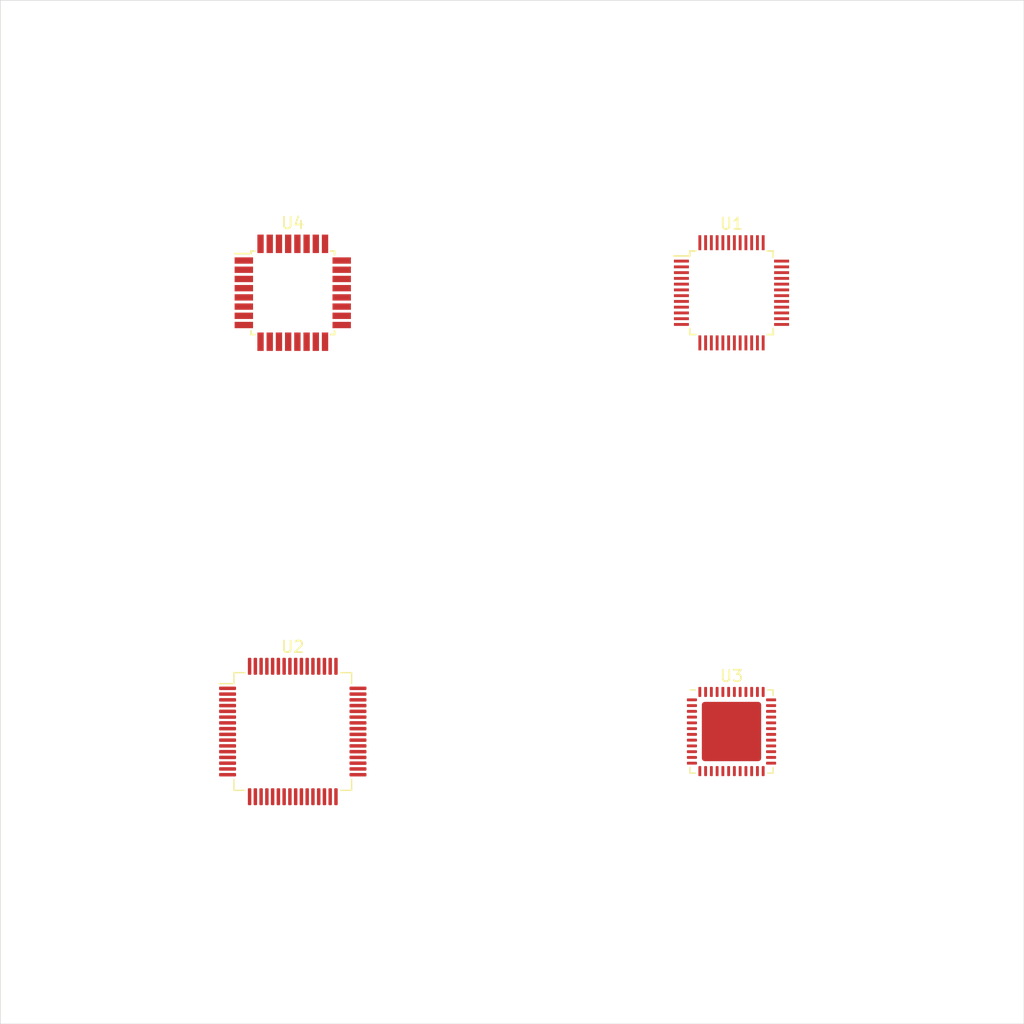
<source format=kicad_pcb>
(kicad_pcb (version 20171130) (host pcbnew 5.1.5-52549c5~86~ubuntu18.04.1)

  (general
    (thickness 1.6)
    (drawings 4)
    (tracks 0)
    (zones 0)
    (modules 4)
    (nets 188)
  )

  (page A4)
  (layers
    (0 F.Cu signal)
    (31 B.Cu signal)
    (32 B.Adhes user)
    (33 F.Adhes user)
    (34 B.Paste user)
    (35 F.Paste user)
    (36 B.SilkS user)
    (37 F.SilkS user)
    (38 B.Mask user)
    (39 F.Mask user)
    (40 Dwgs.User user)
    (41 Cmts.User user)
    (42 Eco1.User user)
    (43 Eco2.User user)
    (44 Edge.Cuts user)
    (45 Margin user)
    (46 B.CrtYd user)
    (47 F.CrtYd user)
    (48 B.Fab user)
    (49 F.Fab user)
  )

  (setup
    (last_trace_width 0.25)
    (trace_clearance 0.2)
    (zone_clearance 0.508)
    (zone_45_only no)
    (trace_min 0.2)
    (via_size 0.8)
    (via_drill 0.4)
    (via_min_size 0.4)
    (via_min_drill 0.3)
    (uvia_size 0.3)
    (uvia_drill 0.1)
    (uvias_allowed no)
    (uvia_min_size 0.2)
    (uvia_min_drill 0.1)
    (edge_width 0.05)
    (segment_width 0.2)
    (pcb_text_width 0.3)
    (pcb_text_size 1.5 1.5)
    (mod_edge_width 0.12)
    (mod_text_size 1 1)
    (mod_text_width 0.15)
    (pad_size 1.524 1.524)
    (pad_drill 0.762)
    (pad_to_mask_clearance 0.051)
    (solder_mask_min_width 0.25)
    (aux_axis_origin 0 0)
    (visible_elements FFFFFF7F)
    (pcbplotparams
      (layerselection 0x01008_7ffffffe)
      (usegerberextensions false)
      (usegerberattributes false)
      (usegerberadvancedattributes false)
      (creategerberjobfile false)
      (excludeedgelayer true)
      (linewidth 0.100000)
      (plotframeref false)
      (viasonmask false)
      (mode 1)
      (useauxorigin false)
      (hpglpennumber 1)
      (hpglpenspeed 20)
      (hpglpendiameter 15.000000)
      (psnegative false)
      (psa4output false)
      (plotreference false)
      (plotvalue false)
      (plotinvisibletext false)
      (padsonsilk false)
      (subtractmaskfromsilk false)
      (outputformat 1)
      (mirror false)
      (drillshape 0)
      (scaleselection 1)
      (outputdirectory "gerbers/"))
  )

  (net 0 "")
  (net 1 "Net-(U1-Pad48)")
  (net 2 "Net-(U1-Pad47)")
  (net 3 "Net-(U1-Pad46)")
  (net 4 "Net-(U1-Pad45)")
  (net 5 "Net-(U1-Pad44)")
  (net 6 "Net-(U1-Pad43)")
  (net 7 "Net-(U1-Pad18)")
  (net 8 "Net-(U1-Pad41)")
  (net 9 "Net-(U1-Pad40)")
  (net 10 "Net-(U1-Pad39)")
  (net 11 "Net-(U1-Pad38)")
  (net 12 "Net-(U1-Pad37)")
  (net 13 "Net-(U1-Pad17)")
  (net 14 "Net-(U1-Pad34)")
  (net 15 "Net-(U1-Pad33)")
  (net 16 "Net-(U1-Pad32)")
  (net 17 "Net-(U1-Pad31)")
  (net 18 "Net-(U1-Pad30)")
  (net 19 "Net-(U1-Pad29)")
  (net 20 "Net-(U1-Pad28)")
  (net 21 "Net-(U1-Pad27)")
  (net 22 "Net-(U1-Pad26)")
  (net 23 "Net-(U1-Pad25)")
  (net 24 "Net-(U1-Pad24)")
  (net 25 "Net-(U1-Pad23)")
  (net 26 "Net-(U1-Pad22)")
  (net 27 "Net-(U1-Pad21)")
  (net 28 "Net-(U1-Pad20)")
  (net 29 "Net-(U1-Pad19)")
  (net 30 "Net-(U1-Pad16)")
  (net 31 "Net-(U1-Pad15)")
  (net 32 "Net-(U1-Pad14)")
  (net 33 "Net-(U1-Pad13)")
  (net 34 "Net-(U1-Pad12)")
  (net 35 "Net-(U1-Pad11)")
  (net 36 "Net-(U1-Pad10)")
  (net 37 "Net-(U1-Pad9)")
  (net 38 "Net-(U1-Pad8)")
  (net 39 "Net-(U1-Pad7)")
  (net 40 "Net-(U1-Pad6)")
  (net 41 "Net-(U1-Pad5)")
  (net 42 "Net-(U1-Pad4)")
  (net 43 "Net-(U1-Pad3)")
  (net 44 "Net-(U1-Pad2)")
  (net 45 "Net-(U1-Pad1)")
  (net 46 "Net-(U2-Pad64)")
  (net 47 "Net-(U2-Pad63)")
  (net 48 "Net-(U2-Pad62)")
  (net 49 "Net-(U2-Pad61)")
  (net 50 "Net-(U2-Pad60)")
  (net 51 "Net-(U2-Pad59)")
  (net 52 "Net-(U2-Pad58)")
  (net 53 "Net-(U2-Pad57)")
  (net 54 "Net-(U2-Pad56)")
  (net 55 "Net-(U2-Pad55)")
  (net 56 "Net-(U2-Pad22)")
  (net 57 "Net-(U2-Pad53)")
  (net 58 "Net-(U2-Pad52)")
  (net 59 "Net-(U2-Pad51)")
  (net 60 "Net-(U2-Pad50)")
  (net 61 "Net-(U2-Pad49)")
  (net 62 "Net-(U2-Pad48)")
  (net 63 "Net-(U2-Pad46)")
  (net 64 "Net-(U2-Pad45)")
  (net 65 "Net-(U2-Pad44)")
  (net 66 "Net-(U2-Pad43)")
  (net 67 "Net-(U2-Pad42)")
  (net 68 "Net-(U2-Pad41)")
  (net 69 "Net-(U2-Pad40)")
  (net 70 "Net-(U2-Pad39)")
  (net 71 "Net-(U2-Pad38)")
  (net 72 "Net-(U2-Pad37)")
  (net 73 "Net-(U2-Pad36)")
  (net 74 "Net-(U2-Pad35)")
  (net 75 "Net-(U2-Pad34)")
  (net 76 "Net-(U2-Pad32)")
  (net 77 "Net-(U2-Pad31)")
  (net 78 "Net-(U2-Pad30)")
  (net 79 "Net-(U2-Pad29)")
  (net 80 "Net-(U2-Pad28)")
  (net 81 "Net-(U2-Pad27)")
  (net 82 "Net-(U2-Pad26)")
  (net 83 "Net-(U2-Pad25)")
  (net 84 "Net-(U2-Pad24)")
  (net 85 "Net-(U2-Pad23)")
  (net 86 "Net-(U2-Pad21)")
  (net 87 "Net-(U2-Pad20)")
  (net 88 "Net-(U2-Pad19)")
  (net 89 "Net-(U2-Pad18)")
  (net 90 "Net-(U2-Pad17)")
  (net 91 "Net-(U2-Pad16)")
  (net 92 "Net-(U2-Pad15)")
  (net 93 "Net-(U2-Pad14)")
  (net 94 "Net-(U2-Pad13)")
  (net 95 "Net-(U2-Pad12)")
  (net 96 "Net-(U2-Pad11)")
  (net 97 "Net-(U2-Pad10)")
  (net 98 "Net-(U2-Pad9)")
  (net 99 "Net-(U2-Pad8)")
  (net 100 "Net-(U2-Pad7)")
  (net 101 "Net-(U2-Pad6)")
  (net 102 "Net-(U2-Pad5)")
  (net 103 "Net-(U2-Pad4)")
  (net 104 "Net-(U2-Pad3)")
  (net 105 "Net-(U2-Pad2)")
  (net 106 "Net-(U2-Pad1)")
  (net 107 "Net-(U3-Pad48)")
  (net 108 "Net-(U3-Pad47)")
  (net 109 "Net-(U3-Pad46)")
  (net 110 "Net-(U3-Pad45)")
  (net 111 "Net-(U3-Pad44)")
  (net 112 "Net-(U3-Pad43)")
  (net 113 "Net-(U3-Pad42)")
  (net 114 "Net-(U3-Pad41)")
  (net 115 "Net-(U3-Pad40)")
  (net 116 "Net-(U3-Pad39)")
  (net 117 "Net-(U3-Pad38)")
  (net 118 "Net-(U3-Pad37)")
  (net 119 "Net-(U3-Pad36)")
  (net 120 "Net-(U3-Pad35)")
  (net 121 "Net-(U3-Pad34)")
  (net 122 "Net-(U3-Pad33)")
  (net 123 "Net-(U3-Pad32)")
  (net 124 "Net-(U3-Pad31)")
  (net 125 "Net-(U3-Pad30)")
  (net 126 "Net-(U3-Pad29)")
  (net 127 "Net-(U3-Pad28)")
  (net 128 "Net-(U3-Pad27)")
  (net 129 "Net-(U3-Pad26)")
  (net 130 "Net-(U3-Pad25)")
  (net 131 "Net-(U3-Pad24)")
  (net 132 "Net-(U3-Pad23)")
  (net 133 "Net-(U3-Pad22)")
  (net 134 "Net-(U3-Pad21)")
  (net 135 "Net-(U3-Pad20)")
  (net 136 "Net-(U3-Pad19)")
  (net 137 "Net-(U3-Pad18)")
  (net 138 "Net-(U3-Pad17)")
  (net 139 "Net-(U3-Pad16)")
  (net 140 "Net-(U3-Pad15)")
  (net 141 "Net-(U3-Pad14)")
  (net 142 "Net-(U3-Pad13)")
  (net 143 "Net-(U3-Pad12)")
  (net 144 "Net-(U3-Pad11)")
  (net 145 "Net-(U3-Pad10)")
  (net 146 "Net-(U3-Pad9)")
  (net 147 "Net-(U3-Pad8)")
  (net 148 "Net-(U3-Pad7)")
  (net 149 "Net-(U3-Pad6)")
  (net 150 "Net-(U3-Pad5)")
  (net 151 "Net-(U3-Pad4)")
  (net 152 "Net-(U3-Pad3)")
  (net 153 "Net-(U3-Pad2)")
  (net 154 "Net-(U3-Pad1)")
  (net 155 "Net-(U3-Pad49)")
  (net 156 "Net-(U4-Pad32)")
  (net 157 "Net-(U4-Pad31)")
  (net 158 "Net-(U4-Pad30)")
  (net 159 "Net-(U4-Pad29)")
  (net 160 "Net-(U4-Pad28)")
  (net 161 "Net-(U4-Pad27)")
  (net 162 "Net-(U4-Pad26)")
  (net 163 "Net-(U4-Pad25)")
  (net 164 "Net-(U4-Pad24)")
  (net 165 "Net-(U4-Pad23)")
  (net 166 "Net-(U4-Pad22)")
  (net 167 "Net-(U4-Pad21)")
  (net 168 "Net-(U4-Pad20)")
  (net 169 "Net-(U4-Pad19)")
  (net 170 "Net-(U4-Pad18)")
  (net 171 "Net-(U4-Pad17)")
  (net 172 "Net-(U4-Pad16)")
  (net 173 "Net-(U4-Pad15)")
  (net 174 "Net-(U4-Pad14)")
  (net 175 "Net-(U4-Pad13)")
  (net 176 "Net-(U4-Pad12)")
  (net 177 "Net-(U4-Pad11)")
  (net 178 "Net-(U4-Pad10)")
  (net 179 "Net-(U4-Pad9)")
  (net 180 "Net-(U4-Pad8)")
  (net 181 "Net-(U4-Pad7)")
  (net 182 "Net-(U4-Pad6)")
  (net 183 "Net-(U4-Pad5)")
  (net 184 "Net-(U4-Pad4)")
  (net 185 "Net-(U4-Pad3)")
  (net 186 "Net-(U4-Pad2)")
  (net 187 "Net-(U4-Pad1)")

  (net_class Default "This is the default net class."
    (clearance 0.2)
    (trace_width 0.25)
    (via_dia 0.8)
    (via_drill 0.4)
    (uvia_dia 0.3)
    (uvia_drill 0.1)
    (add_net "Net-(U1-Pad1)")
    (add_net "Net-(U1-Pad10)")
    (add_net "Net-(U1-Pad11)")
    (add_net "Net-(U1-Pad12)")
    (add_net "Net-(U1-Pad13)")
    (add_net "Net-(U1-Pad14)")
    (add_net "Net-(U1-Pad15)")
    (add_net "Net-(U1-Pad16)")
    (add_net "Net-(U1-Pad17)")
    (add_net "Net-(U1-Pad18)")
    (add_net "Net-(U1-Pad19)")
    (add_net "Net-(U1-Pad2)")
    (add_net "Net-(U1-Pad20)")
    (add_net "Net-(U1-Pad21)")
    (add_net "Net-(U1-Pad22)")
    (add_net "Net-(U1-Pad23)")
    (add_net "Net-(U1-Pad24)")
    (add_net "Net-(U1-Pad25)")
    (add_net "Net-(U1-Pad26)")
    (add_net "Net-(U1-Pad27)")
    (add_net "Net-(U1-Pad28)")
    (add_net "Net-(U1-Pad29)")
    (add_net "Net-(U1-Pad3)")
    (add_net "Net-(U1-Pad30)")
    (add_net "Net-(U1-Pad31)")
    (add_net "Net-(U1-Pad32)")
    (add_net "Net-(U1-Pad33)")
    (add_net "Net-(U1-Pad34)")
    (add_net "Net-(U1-Pad37)")
    (add_net "Net-(U1-Pad38)")
    (add_net "Net-(U1-Pad39)")
    (add_net "Net-(U1-Pad4)")
    (add_net "Net-(U1-Pad40)")
    (add_net "Net-(U1-Pad41)")
    (add_net "Net-(U1-Pad43)")
    (add_net "Net-(U1-Pad44)")
    (add_net "Net-(U1-Pad45)")
    (add_net "Net-(U1-Pad46)")
    (add_net "Net-(U1-Pad47)")
    (add_net "Net-(U1-Pad48)")
    (add_net "Net-(U1-Pad5)")
    (add_net "Net-(U1-Pad6)")
    (add_net "Net-(U1-Pad7)")
    (add_net "Net-(U1-Pad8)")
    (add_net "Net-(U1-Pad9)")
    (add_net "Net-(U2-Pad1)")
    (add_net "Net-(U2-Pad10)")
    (add_net "Net-(U2-Pad11)")
    (add_net "Net-(U2-Pad12)")
    (add_net "Net-(U2-Pad13)")
    (add_net "Net-(U2-Pad14)")
    (add_net "Net-(U2-Pad15)")
    (add_net "Net-(U2-Pad16)")
    (add_net "Net-(U2-Pad17)")
    (add_net "Net-(U2-Pad18)")
    (add_net "Net-(U2-Pad19)")
    (add_net "Net-(U2-Pad2)")
    (add_net "Net-(U2-Pad20)")
    (add_net "Net-(U2-Pad21)")
    (add_net "Net-(U2-Pad22)")
    (add_net "Net-(U2-Pad23)")
    (add_net "Net-(U2-Pad24)")
    (add_net "Net-(U2-Pad25)")
    (add_net "Net-(U2-Pad26)")
    (add_net "Net-(U2-Pad27)")
    (add_net "Net-(U2-Pad28)")
    (add_net "Net-(U2-Pad29)")
    (add_net "Net-(U2-Pad3)")
    (add_net "Net-(U2-Pad30)")
    (add_net "Net-(U2-Pad31)")
    (add_net "Net-(U2-Pad32)")
    (add_net "Net-(U2-Pad34)")
    (add_net "Net-(U2-Pad35)")
    (add_net "Net-(U2-Pad36)")
    (add_net "Net-(U2-Pad37)")
    (add_net "Net-(U2-Pad38)")
    (add_net "Net-(U2-Pad39)")
    (add_net "Net-(U2-Pad4)")
    (add_net "Net-(U2-Pad40)")
    (add_net "Net-(U2-Pad41)")
    (add_net "Net-(U2-Pad42)")
    (add_net "Net-(U2-Pad43)")
    (add_net "Net-(U2-Pad44)")
    (add_net "Net-(U2-Pad45)")
    (add_net "Net-(U2-Pad46)")
    (add_net "Net-(U2-Pad48)")
    (add_net "Net-(U2-Pad49)")
    (add_net "Net-(U2-Pad5)")
    (add_net "Net-(U2-Pad50)")
    (add_net "Net-(U2-Pad51)")
    (add_net "Net-(U2-Pad52)")
    (add_net "Net-(U2-Pad53)")
    (add_net "Net-(U2-Pad55)")
    (add_net "Net-(U2-Pad56)")
    (add_net "Net-(U2-Pad57)")
    (add_net "Net-(U2-Pad58)")
    (add_net "Net-(U2-Pad59)")
    (add_net "Net-(U2-Pad6)")
    (add_net "Net-(U2-Pad60)")
    (add_net "Net-(U2-Pad61)")
    (add_net "Net-(U2-Pad62)")
    (add_net "Net-(U2-Pad63)")
    (add_net "Net-(U2-Pad64)")
    (add_net "Net-(U2-Pad7)")
    (add_net "Net-(U2-Pad8)")
    (add_net "Net-(U2-Pad9)")
    (add_net "Net-(U3-Pad1)")
    (add_net "Net-(U3-Pad10)")
    (add_net "Net-(U3-Pad11)")
    (add_net "Net-(U3-Pad12)")
    (add_net "Net-(U3-Pad13)")
    (add_net "Net-(U3-Pad14)")
    (add_net "Net-(U3-Pad15)")
    (add_net "Net-(U3-Pad16)")
    (add_net "Net-(U3-Pad17)")
    (add_net "Net-(U3-Pad18)")
    (add_net "Net-(U3-Pad19)")
    (add_net "Net-(U3-Pad2)")
    (add_net "Net-(U3-Pad20)")
    (add_net "Net-(U3-Pad21)")
    (add_net "Net-(U3-Pad22)")
    (add_net "Net-(U3-Pad23)")
    (add_net "Net-(U3-Pad24)")
    (add_net "Net-(U3-Pad25)")
    (add_net "Net-(U3-Pad26)")
    (add_net "Net-(U3-Pad27)")
    (add_net "Net-(U3-Pad28)")
    (add_net "Net-(U3-Pad29)")
    (add_net "Net-(U3-Pad3)")
    (add_net "Net-(U3-Pad30)")
    (add_net "Net-(U3-Pad31)")
    (add_net "Net-(U3-Pad32)")
    (add_net "Net-(U3-Pad33)")
    (add_net "Net-(U3-Pad34)")
    (add_net "Net-(U3-Pad35)")
    (add_net "Net-(U3-Pad36)")
    (add_net "Net-(U3-Pad37)")
    (add_net "Net-(U3-Pad38)")
    (add_net "Net-(U3-Pad39)")
    (add_net "Net-(U3-Pad4)")
    (add_net "Net-(U3-Pad40)")
    (add_net "Net-(U3-Pad41)")
    (add_net "Net-(U3-Pad42)")
    (add_net "Net-(U3-Pad43)")
    (add_net "Net-(U3-Pad44)")
    (add_net "Net-(U3-Pad45)")
    (add_net "Net-(U3-Pad46)")
    (add_net "Net-(U3-Pad47)")
    (add_net "Net-(U3-Pad48)")
    (add_net "Net-(U3-Pad49)")
    (add_net "Net-(U3-Pad5)")
    (add_net "Net-(U3-Pad6)")
    (add_net "Net-(U3-Pad7)")
    (add_net "Net-(U3-Pad8)")
    (add_net "Net-(U3-Pad9)")
    (add_net "Net-(U4-Pad1)")
    (add_net "Net-(U4-Pad10)")
    (add_net "Net-(U4-Pad11)")
    (add_net "Net-(U4-Pad12)")
    (add_net "Net-(U4-Pad13)")
    (add_net "Net-(U4-Pad14)")
    (add_net "Net-(U4-Pad15)")
    (add_net "Net-(U4-Pad16)")
    (add_net "Net-(U4-Pad17)")
    (add_net "Net-(U4-Pad18)")
    (add_net "Net-(U4-Pad19)")
    (add_net "Net-(U4-Pad2)")
    (add_net "Net-(U4-Pad20)")
    (add_net "Net-(U4-Pad21)")
    (add_net "Net-(U4-Pad22)")
    (add_net "Net-(U4-Pad23)")
    (add_net "Net-(U4-Pad24)")
    (add_net "Net-(U4-Pad25)")
    (add_net "Net-(U4-Pad26)")
    (add_net "Net-(U4-Pad27)")
    (add_net "Net-(U4-Pad28)")
    (add_net "Net-(U4-Pad29)")
    (add_net "Net-(U4-Pad3)")
    (add_net "Net-(U4-Pad30)")
    (add_net "Net-(U4-Pad31)")
    (add_net "Net-(U4-Pad32)")
    (add_net "Net-(U4-Pad4)")
    (add_net "Net-(U4-Pad5)")
    (add_net "Net-(U4-Pad6)")
    (add_net "Net-(U4-Pad7)")
    (add_net "Net-(U4-Pad8)")
    (add_net "Net-(U4-Pad9)")
  )

  (module Package_QFP:TQFP-32_7x7mm_P0.8mm (layer F.Cu) (tedit 5A02F146) (tstamp 5EA6BCDE)
    (at 127 88.9)
    (descr "32-Lead Plastic Thin Quad Flatpack (PT) - 7x7x1.0 mm Body, 2.00 mm [TQFP] (see Microchip Packaging Specification 00000049BS.pdf)")
    (tags "QFP 0.8")
    (path /5EA67462)
    (attr smd)
    (fp_text reference U4 (at 0 -6.05) (layer F.SilkS)
      (effects (font (size 1 1) (thickness 0.15)))
    )
    (fp_text value ATSAMD21E18A-AUT (at 0 6.05) (layer F.Fab)
      (effects (font (size 1 1) (thickness 0.15)))
    )
    (fp_line (start -3.625 -3.4) (end -5.05 -3.4) (layer F.SilkS) (width 0.15))
    (fp_line (start 3.625 -3.625) (end 3.3 -3.625) (layer F.SilkS) (width 0.15))
    (fp_line (start 3.625 3.625) (end 3.3 3.625) (layer F.SilkS) (width 0.15))
    (fp_line (start -3.625 3.625) (end -3.3 3.625) (layer F.SilkS) (width 0.15))
    (fp_line (start -3.625 -3.625) (end -3.3 -3.625) (layer F.SilkS) (width 0.15))
    (fp_line (start -3.625 3.625) (end -3.625 3.3) (layer F.SilkS) (width 0.15))
    (fp_line (start 3.625 3.625) (end 3.625 3.3) (layer F.SilkS) (width 0.15))
    (fp_line (start 3.625 -3.625) (end 3.625 -3.3) (layer F.SilkS) (width 0.15))
    (fp_line (start -3.625 -3.625) (end -3.625 -3.4) (layer F.SilkS) (width 0.15))
    (fp_line (start -5.3 5.3) (end 5.3 5.3) (layer F.CrtYd) (width 0.05))
    (fp_line (start -5.3 -5.3) (end 5.3 -5.3) (layer F.CrtYd) (width 0.05))
    (fp_line (start 5.3 -5.3) (end 5.3 5.3) (layer F.CrtYd) (width 0.05))
    (fp_line (start -5.3 -5.3) (end -5.3 5.3) (layer F.CrtYd) (width 0.05))
    (fp_line (start -3.5 -2.5) (end -2.5 -3.5) (layer F.Fab) (width 0.15))
    (fp_line (start -3.5 3.5) (end -3.5 -2.5) (layer F.Fab) (width 0.15))
    (fp_line (start 3.5 3.5) (end -3.5 3.5) (layer F.Fab) (width 0.15))
    (fp_line (start 3.5 -3.5) (end 3.5 3.5) (layer F.Fab) (width 0.15))
    (fp_line (start -2.5 -3.5) (end 3.5 -3.5) (layer F.Fab) (width 0.15))
    (fp_text user %R (at -0.635 -0.635) (layer F.Fab)
      (effects (font (size 1 1) (thickness 0.15)))
    )
    (pad 32 smd rect (at -2.8 -4.25 90) (size 1.6 0.55) (layers F.Cu F.Paste F.Mask)
      (net 156 "Net-(U4-Pad32)"))
    (pad 31 smd rect (at -2 -4.25 90) (size 1.6 0.55) (layers F.Cu F.Paste F.Mask)
      (net 157 "Net-(U4-Pad31)"))
    (pad 30 smd rect (at -1.2 -4.25 90) (size 1.6 0.55) (layers F.Cu F.Paste F.Mask)
      (net 158 "Net-(U4-Pad30)"))
    (pad 29 smd rect (at -0.4 -4.25 90) (size 1.6 0.55) (layers F.Cu F.Paste F.Mask)
      (net 159 "Net-(U4-Pad29)"))
    (pad 28 smd rect (at 0.4 -4.25 90) (size 1.6 0.55) (layers F.Cu F.Paste F.Mask)
      (net 160 "Net-(U4-Pad28)"))
    (pad 27 smd rect (at 1.2 -4.25 90) (size 1.6 0.55) (layers F.Cu F.Paste F.Mask)
      (net 161 "Net-(U4-Pad27)"))
    (pad 26 smd rect (at 2 -4.25 90) (size 1.6 0.55) (layers F.Cu F.Paste F.Mask)
      (net 162 "Net-(U4-Pad26)"))
    (pad 25 smd rect (at 2.8 -4.25 90) (size 1.6 0.55) (layers F.Cu F.Paste F.Mask)
      (net 163 "Net-(U4-Pad25)"))
    (pad 24 smd rect (at 4.25 -2.8) (size 1.6 0.55) (layers F.Cu F.Paste F.Mask)
      (net 164 "Net-(U4-Pad24)"))
    (pad 23 smd rect (at 4.25 -2) (size 1.6 0.55) (layers F.Cu F.Paste F.Mask)
      (net 165 "Net-(U4-Pad23)"))
    (pad 22 smd rect (at 4.25 -1.2) (size 1.6 0.55) (layers F.Cu F.Paste F.Mask)
      (net 166 "Net-(U4-Pad22)"))
    (pad 21 smd rect (at 4.25 -0.4) (size 1.6 0.55) (layers F.Cu F.Paste F.Mask)
      (net 167 "Net-(U4-Pad21)"))
    (pad 20 smd rect (at 4.25 0.4) (size 1.6 0.55) (layers F.Cu F.Paste F.Mask)
      (net 168 "Net-(U4-Pad20)"))
    (pad 19 smd rect (at 4.25 1.2) (size 1.6 0.55) (layers F.Cu F.Paste F.Mask)
      (net 169 "Net-(U4-Pad19)"))
    (pad 18 smd rect (at 4.25 2) (size 1.6 0.55) (layers F.Cu F.Paste F.Mask)
      (net 170 "Net-(U4-Pad18)"))
    (pad 17 smd rect (at 4.25 2.8) (size 1.6 0.55) (layers F.Cu F.Paste F.Mask)
      (net 171 "Net-(U4-Pad17)"))
    (pad 16 smd rect (at 2.8 4.25 90) (size 1.6 0.55) (layers F.Cu F.Paste F.Mask)
      (net 172 "Net-(U4-Pad16)"))
    (pad 15 smd rect (at 2 4.25 90) (size 1.6 0.55) (layers F.Cu F.Paste F.Mask)
      (net 173 "Net-(U4-Pad15)"))
    (pad 14 smd rect (at 1.2 4.25 90) (size 1.6 0.55) (layers F.Cu F.Paste F.Mask)
      (net 174 "Net-(U4-Pad14)"))
    (pad 13 smd rect (at 0.4 4.25 90) (size 1.6 0.55) (layers F.Cu F.Paste F.Mask)
      (net 175 "Net-(U4-Pad13)"))
    (pad 12 smd rect (at -0.4 4.25 90) (size 1.6 0.55) (layers F.Cu F.Paste F.Mask)
      (net 176 "Net-(U4-Pad12)"))
    (pad 11 smd rect (at -1.2 4.25 90) (size 1.6 0.55) (layers F.Cu F.Paste F.Mask)
      (net 177 "Net-(U4-Pad11)"))
    (pad 10 smd rect (at -2 4.25 90) (size 1.6 0.55) (layers F.Cu F.Paste F.Mask)
      (net 178 "Net-(U4-Pad10)"))
    (pad 9 smd rect (at -2.8 4.25 90) (size 1.6 0.55) (layers F.Cu F.Paste F.Mask)
      (net 179 "Net-(U4-Pad9)"))
    (pad 8 smd rect (at -4.25 2.8) (size 1.6 0.55) (layers F.Cu F.Paste F.Mask)
      (net 180 "Net-(U4-Pad8)"))
    (pad 7 smd rect (at -4.25 2) (size 1.6 0.55) (layers F.Cu F.Paste F.Mask)
      (net 181 "Net-(U4-Pad7)"))
    (pad 6 smd rect (at -4.25 1.2) (size 1.6 0.55) (layers F.Cu F.Paste F.Mask)
      (net 182 "Net-(U4-Pad6)"))
    (pad 5 smd rect (at -4.25 0.4) (size 1.6 0.55) (layers F.Cu F.Paste F.Mask)
      (net 183 "Net-(U4-Pad5)"))
    (pad 4 smd rect (at -4.25 -0.4) (size 1.6 0.55) (layers F.Cu F.Paste F.Mask)
      (net 184 "Net-(U4-Pad4)"))
    (pad 3 smd rect (at -4.25 -1.2) (size 1.6 0.55) (layers F.Cu F.Paste F.Mask)
      (net 185 "Net-(U4-Pad3)"))
    (pad 2 smd rect (at -4.25 -2) (size 1.6 0.55) (layers F.Cu F.Paste F.Mask)
      (net 186 "Net-(U4-Pad2)"))
    (pad 1 smd rect (at -4.25 -2.8) (size 1.6 0.55) (layers F.Cu F.Paste F.Mask)
      (net 187 "Net-(U4-Pad1)"))
    (model ${KISYS3DMOD}/Package_QFP.3dshapes/TQFP-32_7x7mm_P0.8mm.wrl
      (at (xyz 0 0 0))
      (scale (xyz 1 1 1))
      (rotate (xyz 0 0 0))
    )
  )

  (module Package_DFN_QFN:QFN-48-1EP_7x7mm_P0.5mm_EP5.15x5.15mm (layer F.Cu) (tedit 5C26A111) (tstamp 5EA6BCA7)
    (at 165.1 127)
    (descr "QFN, 48 Pin (http://www.analog.com/media/en/package-pcb-resources/package/pkg_pdf/ltc-legacy-qfn/QFN_48_05-08-1704.pdf), generated with kicad-footprint-generator ipc_dfn_qfn_generator.py")
    (tags "QFN DFN_QFN")
    (path /5EA681E1)
    (attr smd)
    (fp_text reference U3 (at 0 -4.82) (layer F.SilkS)
      (effects (font (size 1 1) (thickness 0.15)))
    )
    (fp_text value ATSAMD51G19A-MUT (at 0 4.82) (layer F.Fab)
      (effects (font (size 1 1) (thickness 0.15)))
    )
    (fp_text user %R (at 0 0) (layer F.Fab)
      (effects (font (size 1 1) (thickness 0.15)))
    )
    (fp_line (start 4.12 -4.12) (end -4.12 -4.12) (layer F.CrtYd) (width 0.05))
    (fp_line (start 4.12 4.12) (end 4.12 -4.12) (layer F.CrtYd) (width 0.05))
    (fp_line (start -4.12 4.12) (end 4.12 4.12) (layer F.CrtYd) (width 0.05))
    (fp_line (start -4.12 -4.12) (end -4.12 4.12) (layer F.CrtYd) (width 0.05))
    (fp_line (start -3.5 -2.5) (end -2.5 -3.5) (layer F.Fab) (width 0.1))
    (fp_line (start -3.5 3.5) (end -3.5 -2.5) (layer F.Fab) (width 0.1))
    (fp_line (start 3.5 3.5) (end -3.5 3.5) (layer F.Fab) (width 0.1))
    (fp_line (start 3.5 -3.5) (end 3.5 3.5) (layer F.Fab) (width 0.1))
    (fp_line (start -2.5 -3.5) (end 3.5 -3.5) (layer F.Fab) (width 0.1))
    (fp_line (start -3.135 -3.61) (end -3.61 -3.61) (layer F.SilkS) (width 0.12))
    (fp_line (start 3.61 3.61) (end 3.61 3.135) (layer F.SilkS) (width 0.12))
    (fp_line (start 3.135 3.61) (end 3.61 3.61) (layer F.SilkS) (width 0.12))
    (fp_line (start -3.61 3.61) (end -3.61 3.135) (layer F.SilkS) (width 0.12))
    (fp_line (start -3.135 3.61) (end -3.61 3.61) (layer F.SilkS) (width 0.12))
    (fp_line (start 3.61 -3.61) (end 3.61 -3.135) (layer F.SilkS) (width 0.12))
    (fp_line (start 3.135 -3.61) (end 3.61 -3.61) (layer F.SilkS) (width 0.12))
    (pad 48 smd roundrect (at -2.75 -3.4375) (size 0.25 0.875) (layers F.Cu F.Paste F.Mask) (roundrect_rratio 0.25)
      (net 107 "Net-(U3-Pad48)"))
    (pad 47 smd roundrect (at -2.25 -3.4375) (size 0.25 0.875) (layers F.Cu F.Paste F.Mask) (roundrect_rratio 0.25)
      (net 108 "Net-(U3-Pad47)"))
    (pad 46 smd roundrect (at -1.75 -3.4375) (size 0.25 0.875) (layers F.Cu F.Paste F.Mask) (roundrect_rratio 0.25)
      (net 109 "Net-(U3-Pad46)"))
    (pad 45 smd roundrect (at -1.25 -3.4375) (size 0.25 0.875) (layers F.Cu F.Paste F.Mask) (roundrect_rratio 0.25)
      (net 110 "Net-(U3-Pad45)"))
    (pad 44 smd roundrect (at -0.75 -3.4375) (size 0.25 0.875) (layers F.Cu F.Paste F.Mask) (roundrect_rratio 0.25)
      (net 111 "Net-(U3-Pad44)"))
    (pad 43 smd roundrect (at -0.25 -3.4375) (size 0.25 0.875) (layers F.Cu F.Paste F.Mask) (roundrect_rratio 0.25)
      (net 112 "Net-(U3-Pad43)"))
    (pad 42 smd roundrect (at 0.25 -3.4375) (size 0.25 0.875) (layers F.Cu F.Paste F.Mask) (roundrect_rratio 0.25)
      (net 113 "Net-(U3-Pad42)"))
    (pad 41 smd roundrect (at 0.75 -3.4375) (size 0.25 0.875) (layers F.Cu F.Paste F.Mask) (roundrect_rratio 0.25)
      (net 114 "Net-(U3-Pad41)"))
    (pad 40 smd roundrect (at 1.25 -3.4375) (size 0.25 0.875) (layers F.Cu F.Paste F.Mask) (roundrect_rratio 0.25)
      (net 115 "Net-(U3-Pad40)"))
    (pad 39 smd roundrect (at 1.75 -3.4375) (size 0.25 0.875) (layers F.Cu F.Paste F.Mask) (roundrect_rratio 0.25)
      (net 116 "Net-(U3-Pad39)"))
    (pad 38 smd roundrect (at 2.25 -3.4375) (size 0.25 0.875) (layers F.Cu F.Paste F.Mask) (roundrect_rratio 0.25)
      (net 117 "Net-(U3-Pad38)"))
    (pad 37 smd roundrect (at 2.75 -3.4375) (size 0.25 0.875) (layers F.Cu F.Paste F.Mask) (roundrect_rratio 0.25)
      (net 118 "Net-(U3-Pad37)"))
    (pad 36 smd roundrect (at 3.4375 -2.75) (size 0.875 0.25) (layers F.Cu F.Paste F.Mask) (roundrect_rratio 0.25)
      (net 119 "Net-(U3-Pad36)"))
    (pad 35 smd roundrect (at 3.4375 -2.25) (size 0.875 0.25) (layers F.Cu F.Paste F.Mask) (roundrect_rratio 0.25)
      (net 120 "Net-(U3-Pad35)"))
    (pad 34 smd roundrect (at 3.4375 -1.75) (size 0.875 0.25) (layers F.Cu F.Paste F.Mask) (roundrect_rratio 0.25)
      (net 121 "Net-(U3-Pad34)"))
    (pad 33 smd roundrect (at 3.4375 -1.25) (size 0.875 0.25) (layers F.Cu F.Paste F.Mask) (roundrect_rratio 0.25)
      (net 122 "Net-(U3-Pad33)"))
    (pad 32 smd roundrect (at 3.4375 -0.75) (size 0.875 0.25) (layers F.Cu F.Paste F.Mask) (roundrect_rratio 0.25)
      (net 123 "Net-(U3-Pad32)"))
    (pad 31 smd roundrect (at 3.4375 -0.25) (size 0.875 0.25) (layers F.Cu F.Paste F.Mask) (roundrect_rratio 0.25)
      (net 124 "Net-(U3-Pad31)"))
    (pad 30 smd roundrect (at 3.4375 0.25) (size 0.875 0.25) (layers F.Cu F.Paste F.Mask) (roundrect_rratio 0.25)
      (net 125 "Net-(U3-Pad30)"))
    (pad 29 smd roundrect (at 3.4375 0.75) (size 0.875 0.25) (layers F.Cu F.Paste F.Mask) (roundrect_rratio 0.25)
      (net 126 "Net-(U3-Pad29)"))
    (pad 28 smd roundrect (at 3.4375 1.25) (size 0.875 0.25) (layers F.Cu F.Paste F.Mask) (roundrect_rratio 0.25)
      (net 127 "Net-(U3-Pad28)"))
    (pad 27 smd roundrect (at 3.4375 1.75) (size 0.875 0.25) (layers F.Cu F.Paste F.Mask) (roundrect_rratio 0.25)
      (net 128 "Net-(U3-Pad27)"))
    (pad 26 smd roundrect (at 3.4375 2.25) (size 0.875 0.25) (layers F.Cu F.Paste F.Mask) (roundrect_rratio 0.25)
      (net 129 "Net-(U3-Pad26)"))
    (pad 25 smd roundrect (at 3.4375 2.75) (size 0.875 0.25) (layers F.Cu F.Paste F.Mask) (roundrect_rratio 0.25)
      (net 130 "Net-(U3-Pad25)"))
    (pad 24 smd roundrect (at 2.75 3.4375) (size 0.25 0.875) (layers F.Cu F.Paste F.Mask) (roundrect_rratio 0.25)
      (net 131 "Net-(U3-Pad24)"))
    (pad 23 smd roundrect (at 2.25 3.4375) (size 0.25 0.875) (layers F.Cu F.Paste F.Mask) (roundrect_rratio 0.25)
      (net 132 "Net-(U3-Pad23)"))
    (pad 22 smd roundrect (at 1.75 3.4375) (size 0.25 0.875) (layers F.Cu F.Paste F.Mask) (roundrect_rratio 0.25)
      (net 133 "Net-(U3-Pad22)"))
    (pad 21 smd roundrect (at 1.25 3.4375) (size 0.25 0.875) (layers F.Cu F.Paste F.Mask) (roundrect_rratio 0.25)
      (net 134 "Net-(U3-Pad21)"))
    (pad 20 smd roundrect (at 0.75 3.4375) (size 0.25 0.875) (layers F.Cu F.Paste F.Mask) (roundrect_rratio 0.25)
      (net 135 "Net-(U3-Pad20)"))
    (pad 19 smd roundrect (at 0.25 3.4375) (size 0.25 0.875) (layers F.Cu F.Paste F.Mask) (roundrect_rratio 0.25)
      (net 136 "Net-(U3-Pad19)"))
    (pad 18 smd roundrect (at -0.25 3.4375) (size 0.25 0.875) (layers F.Cu F.Paste F.Mask) (roundrect_rratio 0.25)
      (net 137 "Net-(U3-Pad18)"))
    (pad 17 smd roundrect (at -0.75 3.4375) (size 0.25 0.875) (layers F.Cu F.Paste F.Mask) (roundrect_rratio 0.25)
      (net 138 "Net-(U3-Pad17)"))
    (pad 16 smd roundrect (at -1.25 3.4375) (size 0.25 0.875) (layers F.Cu F.Paste F.Mask) (roundrect_rratio 0.25)
      (net 139 "Net-(U3-Pad16)"))
    (pad 15 smd roundrect (at -1.75 3.4375) (size 0.25 0.875) (layers F.Cu F.Paste F.Mask) (roundrect_rratio 0.25)
      (net 140 "Net-(U3-Pad15)"))
    (pad 14 smd roundrect (at -2.25 3.4375) (size 0.25 0.875) (layers F.Cu F.Paste F.Mask) (roundrect_rratio 0.25)
      (net 141 "Net-(U3-Pad14)"))
    (pad 13 smd roundrect (at -2.75 3.4375) (size 0.25 0.875) (layers F.Cu F.Paste F.Mask) (roundrect_rratio 0.25)
      (net 142 "Net-(U3-Pad13)"))
    (pad 12 smd roundrect (at -3.4375 2.75) (size 0.875 0.25) (layers F.Cu F.Paste F.Mask) (roundrect_rratio 0.25)
      (net 143 "Net-(U3-Pad12)"))
    (pad 11 smd roundrect (at -3.4375 2.25) (size 0.875 0.25) (layers F.Cu F.Paste F.Mask) (roundrect_rratio 0.25)
      (net 144 "Net-(U3-Pad11)"))
    (pad 10 smd roundrect (at -3.4375 1.75) (size 0.875 0.25) (layers F.Cu F.Paste F.Mask) (roundrect_rratio 0.25)
      (net 145 "Net-(U3-Pad10)"))
    (pad 9 smd roundrect (at -3.4375 1.25) (size 0.875 0.25) (layers F.Cu F.Paste F.Mask) (roundrect_rratio 0.25)
      (net 146 "Net-(U3-Pad9)"))
    (pad 8 smd roundrect (at -3.4375 0.75) (size 0.875 0.25) (layers F.Cu F.Paste F.Mask) (roundrect_rratio 0.25)
      (net 147 "Net-(U3-Pad8)"))
    (pad 7 smd roundrect (at -3.4375 0.25) (size 0.875 0.25) (layers F.Cu F.Paste F.Mask) (roundrect_rratio 0.25)
      (net 148 "Net-(U3-Pad7)"))
    (pad 6 smd roundrect (at -3.4375 -0.25) (size 0.875 0.25) (layers F.Cu F.Paste F.Mask) (roundrect_rratio 0.25)
      (net 149 "Net-(U3-Pad6)"))
    (pad 5 smd roundrect (at -3.4375 -0.75) (size 0.875 0.25) (layers F.Cu F.Paste F.Mask) (roundrect_rratio 0.25)
      (net 150 "Net-(U3-Pad5)"))
    (pad 4 smd roundrect (at -3.4375 -1.25) (size 0.875 0.25) (layers F.Cu F.Paste F.Mask) (roundrect_rratio 0.25)
      (net 151 "Net-(U3-Pad4)"))
    (pad 3 smd roundrect (at -3.4375 -1.75) (size 0.875 0.25) (layers F.Cu F.Paste F.Mask) (roundrect_rratio 0.25)
      (net 152 "Net-(U3-Pad3)"))
    (pad 2 smd roundrect (at -3.4375 -2.25) (size 0.875 0.25) (layers F.Cu F.Paste F.Mask) (roundrect_rratio 0.25)
      (net 153 "Net-(U3-Pad2)"))
    (pad 1 smd roundrect (at -3.4375 -2.75) (size 0.875 0.25) (layers F.Cu F.Paste F.Mask) (roundrect_rratio 0.25)
      (net 154 "Net-(U3-Pad1)"))
    (pad "" smd roundrect (at 1.935 1.935) (size 1.04 1.04) (layers F.Paste) (roundrect_rratio 0.240385))
    (pad "" smd roundrect (at 1.935 0.645) (size 1.04 1.04) (layers F.Paste) (roundrect_rratio 0.240385))
    (pad "" smd roundrect (at 1.935 -0.645) (size 1.04 1.04) (layers F.Paste) (roundrect_rratio 0.240385))
    (pad "" smd roundrect (at 1.935 -1.935) (size 1.04 1.04) (layers F.Paste) (roundrect_rratio 0.240385))
    (pad "" smd roundrect (at 0.645 1.935) (size 1.04 1.04) (layers F.Paste) (roundrect_rratio 0.240385))
    (pad "" smd roundrect (at 0.645 0.645) (size 1.04 1.04) (layers F.Paste) (roundrect_rratio 0.240385))
    (pad "" smd roundrect (at 0.645 -0.645) (size 1.04 1.04) (layers F.Paste) (roundrect_rratio 0.240385))
    (pad "" smd roundrect (at 0.645 -1.935) (size 1.04 1.04) (layers F.Paste) (roundrect_rratio 0.240385))
    (pad "" smd roundrect (at -0.645 1.935) (size 1.04 1.04) (layers F.Paste) (roundrect_rratio 0.240385))
    (pad "" smd roundrect (at -0.645 0.645) (size 1.04 1.04) (layers F.Paste) (roundrect_rratio 0.240385))
    (pad "" smd roundrect (at -0.645 -0.645) (size 1.04 1.04) (layers F.Paste) (roundrect_rratio 0.240385))
    (pad "" smd roundrect (at -0.645 -1.935) (size 1.04 1.04) (layers F.Paste) (roundrect_rratio 0.240385))
    (pad "" smd roundrect (at -1.935 1.935) (size 1.04 1.04) (layers F.Paste) (roundrect_rratio 0.240385))
    (pad "" smd roundrect (at -1.935 0.645) (size 1.04 1.04) (layers F.Paste) (roundrect_rratio 0.240385))
    (pad "" smd roundrect (at -1.935 -0.645) (size 1.04 1.04) (layers F.Paste) (roundrect_rratio 0.240385))
    (pad "" smd roundrect (at -1.935 -1.935) (size 1.04 1.04) (layers F.Paste) (roundrect_rratio 0.240385))
    (pad 49 smd roundrect (at 0 0) (size 5.15 5.15) (layers F.Cu F.Mask) (roundrect_rratio 0.048544)
      (net 155 "Net-(U3-Pad49)"))
    (model ${KISYS3DMOD}/Package_DFN_QFN.3dshapes/QFN-48-1EP_7x7mm_P0.5mm_EP5.15x5.15mm.wrl
      (at (xyz 0 0 0))
      (scale (xyz 1 1 1))
      (rotate (xyz 0 0 0))
    )
  )

  (module Package_QFP:TQFP-64_10x10mm_P0.5mm (layer F.Cu) (tedit 5D9F72B1) (tstamp 5EA6BC51)
    (at 127 127)
    (descr "TQFP, 64 Pin (http://www.microsemi.com/index.php?option=com_docman&task=doc_download&gid=131095), generated with kicad-footprint-generator ipc_gullwing_generator.py")
    (tags "TQFP QFP")
    (path /5EA674A5)
    (attr smd)
    (fp_text reference U2 (at 0 -7.35) (layer F.SilkS)
      (effects (font (size 1 1) (thickness 0.15)))
    )
    (fp_text value ATSAMD51J18A-A (at 0 7.35) (layer F.Fab)
      (effects (font (size 1 1) (thickness 0.15)))
    )
    (fp_text user %R (at 0 0) (layer F.Fab)
      (effects (font (size 1 1) (thickness 0.15)))
    )
    (fp_line (start 6.65 4.15) (end 6.65 0) (layer F.CrtYd) (width 0.05))
    (fp_line (start 5.25 4.15) (end 6.65 4.15) (layer F.CrtYd) (width 0.05))
    (fp_line (start 5.25 5.25) (end 5.25 4.15) (layer F.CrtYd) (width 0.05))
    (fp_line (start 4.15 5.25) (end 5.25 5.25) (layer F.CrtYd) (width 0.05))
    (fp_line (start 4.15 6.65) (end 4.15 5.25) (layer F.CrtYd) (width 0.05))
    (fp_line (start 0 6.65) (end 4.15 6.65) (layer F.CrtYd) (width 0.05))
    (fp_line (start -6.65 4.15) (end -6.65 0) (layer F.CrtYd) (width 0.05))
    (fp_line (start -5.25 4.15) (end -6.65 4.15) (layer F.CrtYd) (width 0.05))
    (fp_line (start -5.25 5.25) (end -5.25 4.15) (layer F.CrtYd) (width 0.05))
    (fp_line (start -4.15 5.25) (end -5.25 5.25) (layer F.CrtYd) (width 0.05))
    (fp_line (start -4.15 6.65) (end -4.15 5.25) (layer F.CrtYd) (width 0.05))
    (fp_line (start 0 6.65) (end -4.15 6.65) (layer F.CrtYd) (width 0.05))
    (fp_line (start 6.65 -4.15) (end 6.65 0) (layer F.CrtYd) (width 0.05))
    (fp_line (start 5.25 -4.15) (end 6.65 -4.15) (layer F.CrtYd) (width 0.05))
    (fp_line (start 5.25 -5.25) (end 5.25 -4.15) (layer F.CrtYd) (width 0.05))
    (fp_line (start 4.15 -5.25) (end 5.25 -5.25) (layer F.CrtYd) (width 0.05))
    (fp_line (start 4.15 -6.65) (end 4.15 -5.25) (layer F.CrtYd) (width 0.05))
    (fp_line (start 0 -6.65) (end 4.15 -6.65) (layer F.CrtYd) (width 0.05))
    (fp_line (start -6.65 -4.15) (end -6.65 0) (layer F.CrtYd) (width 0.05))
    (fp_line (start -5.25 -4.15) (end -6.65 -4.15) (layer F.CrtYd) (width 0.05))
    (fp_line (start -5.25 -5.25) (end -5.25 -4.15) (layer F.CrtYd) (width 0.05))
    (fp_line (start -4.15 -5.25) (end -5.25 -5.25) (layer F.CrtYd) (width 0.05))
    (fp_line (start -4.15 -6.65) (end -4.15 -5.25) (layer F.CrtYd) (width 0.05))
    (fp_line (start 0 -6.65) (end -4.15 -6.65) (layer F.CrtYd) (width 0.05))
    (fp_line (start -5 -4) (end -4 -5) (layer F.Fab) (width 0.1))
    (fp_line (start -5 5) (end -5 -4) (layer F.Fab) (width 0.1))
    (fp_line (start 5 5) (end -5 5) (layer F.Fab) (width 0.1))
    (fp_line (start 5 -5) (end 5 5) (layer F.Fab) (width 0.1))
    (fp_line (start -4 -5) (end 5 -5) (layer F.Fab) (width 0.1))
    (fp_line (start -5.11 -4.16) (end -6.4 -4.16) (layer F.SilkS) (width 0.12))
    (fp_line (start -5.11 -5.11) (end -5.11 -4.16) (layer F.SilkS) (width 0.12))
    (fp_line (start -4.16 -5.11) (end -5.11 -5.11) (layer F.SilkS) (width 0.12))
    (fp_line (start 5.11 -5.11) (end 5.11 -4.16) (layer F.SilkS) (width 0.12))
    (fp_line (start 4.16 -5.11) (end 5.11 -5.11) (layer F.SilkS) (width 0.12))
    (fp_line (start -5.11 5.11) (end -5.11 4.16) (layer F.SilkS) (width 0.12))
    (fp_line (start -4.16 5.11) (end -5.11 5.11) (layer F.SilkS) (width 0.12))
    (fp_line (start 5.11 5.11) (end 5.11 4.16) (layer F.SilkS) (width 0.12))
    (fp_line (start 4.16 5.11) (end 5.11 5.11) (layer F.SilkS) (width 0.12))
    (pad 64 smd roundrect (at -3.75 -5.6625) (size 0.3 1.475) (layers F.Cu F.Paste F.Mask) (roundrect_rratio 0.25)
      (net 46 "Net-(U2-Pad64)"))
    (pad 63 smd roundrect (at -3.25 -5.6625) (size 0.3 1.475) (layers F.Cu F.Paste F.Mask) (roundrect_rratio 0.25)
      (net 47 "Net-(U2-Pad63)"))
    (pad 62 smd roundrect (at -2.75 -5.6625) (size 0.3 1.475) (layers F.Cu F.Paste F.Mask) (roundrect_rratio 0.25)
      (net 48 "Net-(U2-Pad62)"))
    (pad 61 smd roundrect (at -2.25 -5.6625) (size 0.3 1.475) (layers F.Cu F.Paste F.Mask) (roundrect_rratio 0.25)
      (net 49 "Net-(U2-Pad61)"))
    (pad 60 smd roundrect (at -1.75 -5.6625) (size 0.3 1.475) (layers F.Cu F.Paste F.Mask) (roundrect_rratio 0.25)
      (net 50 "Net-(U2-Pad60)"))
    (pad 59 smd roundrect (at -1.25 -5.6625) (size 0.3 1.475) (layers F.Cu F.Paste F.Mask) (roundrect_rratio 0.25)
      (net 51 "Net-(U2-Pad59)"))
    (pad 58 smd roundrect (at -0.75 -5.6625) (size 0.3 1.475) (layers F.Cu F.Paste F.Mask) (roundrect_rratio 0.25)
      (net 52 "Net-(U2-Pad58)"))
    (pad 57 smd roundrect (at -0.25 -5.6625) (size 0.3 1.475) (layers F.Cu F.Paste F.Mask) (roundrect_rratio 0.25)
      (net 53 "Net-(U2-Pad57)"))
    (pad 56 smd roundrect (at 0.25 -5.6625) (size 0.3 1.475) (layers F.Cu F.Paste F.Mask) (roundrect_rratio 0.25)
      (net 54 "Net-(U2-Pad56)"))
    (pad 55 smd roundrect (at 0.75 -5.6625) (size 0.3 1.475) (layers F.Cu F.Paste F.Mask) (roundrect_rratio 0.25)
      (net 55 "Net-(U2-Pad55)"))
    (pad 54 smd roundrect (at 1.25 -5.6625) (size 0.3 1.475) (layers F.Cu F.Paste F.Mask) (roundrect_rratio 0.25)
      (net 56 "Net-(U2-Pad22)"))
    (pad 53 smd roundrect (at 1.75 -5.6625) (size 0.3 1.475) (layers F.Cu F.Paste F.Mask) (roundrect_rratio 0.25)
      (net 57 "Net-(U2-Pad53)"))
    (pad 52 smd roundrect (at 2.25 -5.6625) (size 0.3 1.475) (layers F.Cu F.Paste F.Mask) (roundrect_rratio 0.25)
      (net 58 "Net-(U2-Pad52)"))
    (pad 51 smd roundrect (at 2.75 -5.6625) (size 0.3 1.475) (layers F.Cu F.Paste F.Mask) (roundrect_rratio 0.25)
      (net 59 "Net-(U2-Pad51)"))
    (pad 50 smd roundrect (at 3.25 -5.6625) (size 0.3 1.475) (layers F.Cu F.Paste F.Mask) (roundrect_rratio 0.25)
      (net 60 "Net-(U2-Pad50)"))
    (pad 49 smd roundrect (at 3.75 -5.6625) (size 0.3 1.475) (layers F.Cu F.Paste F.Mask) (roundrect_rratio 0.25)
      (net 61 "Net-(U2-Pad49)"))
    (pad 48 smd roundrect (at 5.6625 -3.75) (size 1.475 0.3) (layers F.Cu F.Paste F.Mask) (roundrect_rratio 0.25)
      (net 62 "Net-(U2-Pad48)"))
    (pad 47 smd roundrect (at 5.6625 -3.25) (size 1.475 0.3) (layers F.Cu F.Paste F.Mask) (roundrect_rratio 0.25)
      (net 56 "Net-(U2-Pad22)"))
    (pad 46 smd roundrect (at 5.6625 -2.75) (size 1.475 0.3) (layers F.Cu F.Paste F.Mask) (roundrect_rratio 0.25)
      (net 63 "Net-(U2-Pad46)"))
    (pad 45 smd roundrect (at 5.6625 -2.25) (size 1.475 0.3) (layers F.Cu F.Paste F.Mask) (roundrect_rratio 0.25)
      (net 64 "Net-(U2-Pad45)"))
    (pad 44 smd roundrect (at 5.6625 -1.75) (size 1.475 0.3) (layers F.Cu F.Paste F.Mask) (roundrect_rratio 0.25)
      (net 65 "Net-(U2-Pad44)"))
    (pad 43 smd roundrect (at 5.6625 -1.25) (size 1.475 0.3) (layers F.Cu F.Paste F.Mask) (roundrect_rratio 0.25)
      (net 66 "Net-(U2-Pad43)"))
    (pad 42 smd roundrect (at 5.6625 -0.75) (size 1.475 0.3) (layers F.Cu F.Paste F.Mask) (roundrect_rratio 0.25)
      (net 67 "Net-(U2-Pad42)"))
    (pad 41 smd roundrect (at 5.6625 -0.25) (size 1.475 0.3) (layers F.Cu F.Paste F.Mask) (roundrect_rratio 0.25)
      (net 68 "Net-(U2-Pad41)"))
    (pad 40 smd roundrect (at 5.6625 0.25) (size 1.475 0.3) (layers F.Cu F.Paste F.Mask) (roundrect_rratio 0.25)
      (net 69 "Net-(U2-Pad40)"))
    (pad 39 smd roundrect (at 5.6625 0.75) (size 1.475 0.3) (layers F.Cu F.Paste F.Mask) (roundrect_rratio 0.25)
      (net 70 "Net-(U2-Pad39)"))
    (pad 38 smd roundrect (at 5.6625 1.25) (size 1.475 0.3) (layers F.Cu F.Paste F.Mask) (roundrect_rratio 0.25)
      (net 71 "Net-(U2-Pad38)"))
    (pad 37 smd roundrect (at 5.6625 1.75) (size 1.475 0.3) (layers F.Cu F.Paste F.Mask) (roundrect_rratio 0.25)
      (net 72 "Net-(U2-Pad37)"))
    (pad 36 smd roundrect (at 5.6625 2.25) (size 1.475 0.3) (layers F.Cu F.Paste F.Mask) (roundrect_rratio 0.25)
      (net 73 "Net-(U2-Pad36)"))
    (pad 35 smd roundrect (at 5.6625 2.75) (size 1.475 0.3) (layers F.Cu F.Paste F.Mask) (roundrect_rratio 0.25)
      (net 74 "Net-(U2-Pad35)"))
    (pad 34 smd roundrect (at 5.6625 3.25) (size 1.475 0.3) (layers F.Cu F.Paste F.Mask) (roundrect_rratio 0.25)
      (net 75 "Net-(U2-Pad34)"))
    (pad 33 smd roundrect (at 5.6625 3.75) (size 1.475 0.3) (layers F.Cu F.Paste F.Mask) (roundrect_rratio 0.25)
      (net 56 "Net-(U2-Pad22)"))
    (pad 32 smd roundrect (at 3.75 5.6625) (size 0.3 1.475) (layers F.Cu F.Paste F.Mask) (roundrect_rratio 0.25)
      (net 76 "Net-(U2-Pad32)"))
    (pad 31 smd roundrect (at 3.25 5.6625) (size 0.3 1.475) (layers F.Cu F.Paste F.Mask) (roundrect_rratio 0.25)
      (net 77 "Net-(U2-Pad31)"))
    (pad 30 smd roundrect (at 2.75 5.6625) (size 0.3 1.475) (layers F.Cu F.Paste F.Mask) (roundrect_rratio 0.25)
      (net 78 "Net-(U2-Pad30)"))
    (pad 29 smd roundrect (at 2.25 5.6625) (size 0.3 1.475) (layers F.Cu F.Paste F.Mask) (roundrect_rratio 0.25)
      (net 79 "Net-(U2-Pad29)"))
    (pad 28 smd roundrect (at 1.75 5.6625) (size 0.3 1.475) (layers F.Cu F.Paste F.Mask) (roundrect_rratio 0.25)
      (net 80 "Net-(U2-Pad28)"))
    (pad 27 smd roundrect (at 1.25 5.6625) (size 0.3 1.475) (layers F.Cu F.Paste F.Mask) (roundrect_rratio 0.25)
      (net 81 "Net-(U2-Pad27)"))
    (pad 26 smd roundrect (at 0.75 5.6625) (size 0.3 1.475) (layers F.Cu F.Paste F.Mask) (roundrect_rratio 0.25)
      (net 82 "Net-(U2-Pad26)"))
    (pad 25 smd roundrect (at 0.25 5.6625) (size 0.3 1.475) (layers F.Cu F.Paste F.Mask) (roundrect_rratio 0.25)
      (net 83 "Net-(U2-Pad25)"))
    (pad 24 smd roundrect (at -0.25 5.6625) (size 0.3 1.475) (layers F.Cu F.Paste F.Mask) (roundrect_rratio 0.25)
      (net 84 "Net-(U2-Pad24)"))
    (pad 23 smd roundrect (at -0.75 5.6625) (size 0.3 1.475) (layers F.Cu F.Paste F.Mask) (roundrect_rratio 0.25)
      (net 85 "Net-(U2-Pad23)"))
    (pad 22 smd roundrect (at -1.25 5.6625) (size 0.3 1.475) (layers F.Cu F.Paste F.Mask) (roundrect_rratio 0.25)
      (net 56 "Net-(U2-Pad22)"))
    (pad 21 smd roundrect (at -1.75 5.6625) (size 0.3 1.475) (layers F.Cu F.Paste F.Mask) (roundrect_rratio 0.25)
      (net 86 "Net-(U2-Pad21)"))
    (pad 20 smd roundrect (at -2.25 5.6625) (size 0.3 1.475) (layers F.Cu F.Paste F.Mask) (roundrect_rratio 0.25)
      (net 87 "Net-(U2-Pad20)"))
    (pad 19 smd roundrect (at -2.75 5.6625) (size 0.3 1.475) (layers F.Cu F.Paste F.Mask) (roundrect_rratio 0.25)
      (net 88 "Net-(U2-Pad19)"))
    (pad 18 smd roundrect (at -3.25 5.6625) (size 0.3 1.475) (layers F.Cu F.Paste F.Mask) (roundrect_rratio 0.25)
      (net 89 "Net-(U2-Pad18)"))
    (pad 17 smd roundrect (at -3.75 5.6625) (size 0.3 1.475) (layers F.Cu F.Paste F.Mask) (roundrect_rratio 0.25)
      (net 90 "Net-(U2-Pad17)"))
    (pad 16 smd roundrect (at -5.6625 3.75) (size 1.475 0.3) (layers F.Cu F.Paste F.Mask) (roundrect_rratio 0.25)
      (net 91 "Net-(U2-Pad16)"))
    (pad 15 smd roundrect (at -5.6625 3.25) (size 1.475 0.3) (layers F.Cu F.Paste F.Mask) (roundrect_rratio 0.25)
      (net 92 "Net-(U2-Pad15)"))
    (pad 14 smd roundrect (at -5.6625 2.75) (size 1.475 0.3) (layers F.Cu F.Paste F.Mask) (roundrect_rratio 0.25)
      (net 93 "Net-(U2-Pad14)"))
    (pad 13 smd roundrect (at -5.6625 2.25) (size 1.475 0.3) (layers F.Cu F.Paste F.Mask) (roundrect_rratio 0.25)
      (net 94 "Net-(U2-Pad13)"))
    (pad 12 smd roundrect (at -5.6625 1.75) (size 1.475 0.3) (layers F.Cu F.Paste F.Mask) (roundrect_rratio 0.25)
      (net 95 "Net-(U2-Pad12)"))
    (pad 11 smd roundrect (at -5.6625 1.25) (size 1.475 0.3) (layers F.Cu F.Paste F.Mask) (roundrect_rratio 0.25)
      (net 96 "Net-(U2-Pad11)"))
    (pad 10 smd roundrect (at -5.6625 0.75) (size 1.475 0.3) (layers F.Cu F.Paste F.Mask) (roundrect_rratio 0.25)
      (net 97 "Net-(U2-Pad10)"))
    (pad 9 smd roundrect (at -5.6625 0.25) (size 1.475 0.3) (layers F.Cu F.Paste F.Mask) (roundrect_rratio 0.25)
      (net 98 "Net-(U2-Pad9)"))
    (pad 8 smd roundrect (at -5.6625 -0.25) (size 1.475 0.3) (layers F.Cu F.Paste F.Mask) (roundrect_rratio 0.25)
      (net 99 "Net-(U2-Pad8)"))
    (pad 7 smd roundrect (at -5.6625 -0.75) (size 1.475 0.3) (layers F.Cu F.Paste F.Mask) (roundrect_rratio 0.25)
      (net 100 "Net-(U2-Pad7)"))
    (pad 6 smd roundrect (at -5.6625 -1.25) (size 1.475 0.3) (layers F.Cu F.Paste F.Mask) (roundrect_rratio 0.25)
      (net 101 "Net-(U2-Pad6)"))
    (pad 5 smd roundrect (at -5.6625 -1.75) (size 1.475 0.3) (layers F.Cu F.Paste F.Mask) (roundrect_rratio 0.25)
      (net 102 "Net-(U2-Pad5)"))
    (pad 4 smd roundrect (at -5.6625 -2.25) (size 1.475 0.3) (layers F.Cu F.Paste F.Mask) (roundrect_rratio 0.25)
      (net 103 "Net-(U2-Pad4)"))
    (pad 3 smd roundrect (at -5.6625 -2.75) (size 1.475 0.3) (layers F.Cu F.Paste F.Mask) (roundrect_rratio 0.25)
      (net 104 "Net-(U2-Pad3)"))
    (pad 2 smd roundrect (at -5.6625 -3.25) (size 1.475 0.3) (layers F.Cu F.Paste F.Mask) (roundrect_rratio 0.25)
      (net 105 "Net-(U2-Pad2)"))
    (pad 1 smd roundrect (at -5.6625 -3.75) (size 1.475 0.3) (layers F.Cu F.Paste F.Mask) (roundrect_rratio 0.25)
      (net 106 "Net-(U2-Pad1)"))
    (model ${KISYS3DMOD}/Package_QFP.3dshapes/TQFP-64_10x10mm_P0.5mm.wrl
      (at (xyz 0 0 0))
      (scale (xyz 1 1 1))
      (rotate (xyz 0 0 0))
    )
  )

  (module Package_QFP:TQFP-48_7x7mm_P0.5mm (layer F.Cu) (tedit 5A02F146) (tstamp 5EA6BBE6)
    (at 165.1 88.9)
    (descr "48 LEAD TQFP 7x7mm (see MICREL TQFP7x7-48LD-PL-1.pdf)")
    (tags "QFP 0.5")
    (path /5EA654AE)
    (attr smd)
    (fp_text reference U1 (at 0 -6) (layer F.SilkS)
      (effects (font (size 1 1) (thickness 0.15)))
    )
    (fp_text value ATSAMD21G18A-AUT (at 0 6) (layer F.Fab)
      (effects (font (size 1 1) (thickness 0.15)))
    )
    (fp_line (start -3.625 -3.2) (end -5 -3.2) (layer F.SilkS) (width 0.15))
    (fp_line (start 3.625 -3.625) (end 3.1 -3.625) (layer F.SilkS) (width 0.15))
    (fp_line (start 3.625 3.625) (end 3.1 3.625) (layer F.SilkS) (width 0.15))
    (fp_line (start -3.625 3.625) (end -3.1 3.625) (layer F.SilkS) (width 0.15))
    (fp_line (start -3.625 -3.625) (end -3.1 -3.625) (layer F.SilkS) (width 0.15))
    (fp_line (start -3.625 3.625) (end -3.625 3.1) (layer F.SilkS) (width 0.15))
    (fp_line (start 3.625 3.625) (end 3.625 3.1) (layer F.SilkS) (width 0.15))
    (fp_line (start 3.625 -3.625) (end 3.625 -3.1) (layer F.SilkS) (width 0.15))
    (fp_line (start -3.625 -3.625) (end -3.625 -3.2) (layer F.SilkS) (width 0.15))
    (fp_line (start -5.25 5.25) (end 5.25 5.25) (layer F.CrtYd) (width 0.05))
    (fp_line (start -5.25 -5.25) (end 5.25 -5.25) (layer F.CrtYd) (width 0.05))
    (fp_line (start 5.25 -5.25) (end 5.25 5.25) (layer F.CrtYd) (width 0.05))
    (fp_line (start -5.25 -5.25) (end -5.25 5.25) (layer F.CrtYd) (width 0.05))
    (fp_line (start -3.5 -2.5) (end -2.5 -3.5) (layer F.Fab) (width 0.15))
    (fp_line (start -3.5 3.5) (end -3.5 -2.5) (layer F.Fab) (width 0.15))
    (fp_line (start 3.5 3.5) (end -3.5 3.5) (layer F.Fab) (width 0.15))
    (fp_line (start 3.5 -3.5) (end 3.5 3.5) (layer F.Fab) (width 0.15))
    (fp_line (start -2.5 -3.5) (end 3.5 -3.5) (layer F.Fab) (width 0.15))
    (fp_text user %R (at 0 0) (layer F.Fab)
      (effects (font (size 1 1) (thickness 0.15)))
    )
    (pad 48 smd rect (at -2.75 -4.35 90) (size 1.3 0.25) (layers F.Cu F.Paste F.Mask)
      (net 1 "Net-(U1-Pad48)"))
    (pad 47 smd rect (at -2.25 -4.35 90) (size 1.3 0.25) (layers F.Cu F.Paste F.Mask)
      (net 2 "Net-(U1-Pad47)"))
    (pad 46 smd rect (at -1.75 -4.35 90) (size 1.3 0.25) (layers F.Cu F.Paste F.Mask)
      (net 3 "Net-(U1-Pad46)"))
    (pad 45 smd rect (at -1.25 -4.35 90) (size 1.3 0.25) (layers F.Cu F.Paste F.Mask)
      (net 4 "Net-(U1-Pad45)"))
    (pad 44 smd rect (at -0.75 -4.35 90) (size 1.3 0.25) (layers F.Cu F.Paste F.Mask)
      (net 5 "Net-(U1-Pad44)"))
    (pad 43 smd rect (at -0.25 -4.35 90) (size 1.3 0.25) (layers F.Cu F.Paste F.Mask)
      (net 6 "Net-(U1-Pad43)"))
    (pad 42 smd rect (at 0.25 -4.35 90) (size 1.3 0.25) (layers F.Cu F.Paste F.Mask)
      (net 7 "Net-(U1-Pad18)"))
    (pad 41 smd rect (at 0.75 -4.35 90) (size 1.3 0.25) (layers F.Cu F.Paste F.Mask)
      (net 8 "Net-(U1-Pad41)"))
    (pad 40 smd rect (at 1.25 -4.35 90) (size 1.3 0.25) (layers F.Cu F.Paste F.Mask)
      (net 9 "Net-(U1-Pad40)"))
    (pad 39 smd rect (at 1.75 -4.35 90) (size 1.3 0.25) (layers F.Cu F.Paste F.Mask)
      (net 10 "Net-(U1-Pad39)"))
    (pad 38 smd rect (at 2.25 -4.35 90) (size 1.3 0.25) (layers F.Cu F.Paste F.Mask)
      (net 11 "Net-(U1-Pad38)"))
    (pad 37 smd rect (at 2.75 -4.35 90) (size 1.3 0.25) (layers F.Cu F.Paste F.Mask)
      (net 12 "Net-(U1-Pad37)"))
    (pad 36 smd rect (at 4.35 -2.75) (size 1.3 0.25) (layers F.Cu F.Paste F.Mask)
      (net 13 "Net-(U1-Pad17)"))
    (pad 35 smd rect (at 4.35 -2.25) (size 1.3 0.25) (layers F.Cu F.Paste F.Mask)
      (net 7 "Net-(U1-Pad18)"))
    (pad 34 smd rect (at 4.35 -1.75) (size 1.3 0.25) (layers F.Cu F.Paste F.Mask)
      (net 14 "Net-(U1-Pad34)"))
    (pad 33 smd rect (at 4.35 -1.25) (size 1.3 0.25) (layers F.Cu F.Paste F.Mask)
      (net 15 "Net-(U1-Pad33)"))
    (pad 32 smd rect (at 4.35 -0.75) (size 1.3 0.25) (layers F.Cu F.Paste F.Mask)
      (net 16 "Net-(U1-Pad32)"))
    (pad 31 smd rect (at 4.35 -0.25) (size 1.3 0.25) (layers F.Cu F.Paste F.Mask)
      (net 17 "Net-(U1-Pad31)"))
    (pad 30 smd rect (at 4.35 0.25) (size 1.3 0.25) (layers F.Cu F.Paste F.Mask)
      (net 18 "Net-(U1-Pad30)"))
    (pad 29 smd rect (at 4.35 0.75) (size 1.3 0.25) (layers F.Cu F.Paste F.Mask)
      (net 19 "Net-(U1-Pad29)"))
    (pad 28 smd rect (at 4.35 1.25) (size 1.3 0.25) (layers F.Cu F.Paste F.Mask)
      (net 20 "Net-(U1-Pad28)"))
    (pad 27 smd rect (at 4.35 1.75) (size 1.3 0.25) (layers F.Cu F.Paste F.Mask)
      (net 21 "Net-(U1-Pad27)"))
    (pad 26 smd rect (at 4.35 2.25) (size 1.3 0.25) (layers F.Cu F.Paste F.Mask)
      (net 22 "Net-(U1-Pad26)"))
    (pad 25 smd rect (at 4.35 2.75) (size 1.3 0.25) (layers F.Cu F.Paste F.Mask)
      (net 23 "Net-(U1-Pad25)"))
    (pad 24 smd rect (at 2.75 4.35 90) (size 1.3 0.25) (layers F.Cu F.Paste F.Mask)
      (net 24 "Net-(U1-Pad24)"))
    (pad 23 smd rect (at 2.25 4.35 90) (size 1.3 0.25) (layers F.Cu F.Paste F.Mask)
      (net 25 "Net-(U1-Pad23)"))
    (pad 22 smd rect (at 1.75 4.35 90) (size 1.3 0.25) (layers F.Cu F.Paste F.Mask)
      (net 26 "Net-(U1-Pad22)"))
    (pad 21 smd rect (at 1.25 4.35 90) (size 1.3 0.25) (layers F.Cu F.Paste F.Mask)
      (net 27 "Net-(U1-Pad21)"))
    (pad 20 smd rect (at 0.75 4.35 90) (size 1.3 0.25) (layers F.Cu F.Paste F.Mask)
      (net 28 "Net-(U1-Pad20)"))
    (pad 19 smd rect (at 0.25 4.35 90) (size 1.3 0.25) (layers F.Cu F.Paste F.Mask)
      (net 29 "Net-(U1-Pad19)"))
    (pad 18 smd rect (at -0.25 4.35 90) (size 1.3 0.25) (layers F.Cu F.Paste F.Mask)
      (net 7 "Net-(U1-Pad18)"))
    (pad 17 smd rect (at -0.75 4.35 90) (size 1.3 0.25) (layers F.Cu F.Paste F.Mask)
      (net 13 "Net-(U1-Pad17)"))
    (pad 16 smd rect (at -1.25 4.35 90) (size 1.3 0.25) (layers F.Cu F.Paste F.Mask)
      (net 30 "Net-(U1-Pad16)"))
    (pad 15 smd rect (at -1.75 4.35 90) (size 1.3 0.25) (layers F.Cu F.Paste F.Mask)
      (net 31 "Net-(U1-Pad15)"))
    (pad 14 smd rect (at -2.25 4.35 90) (size 1.3 0.25) (layers F.Cu F.Paste F.Mask)
      (net 32 "Net-(U1-Pad14)"))
    (pad 13 smd rect (at -2.75 4.35 90) (size 1.3 0.25) (layers F.Cu F.Paste F.Mask)
      (net 33 "Net-(U1-Pad13)"))
    (pad 12 smd rect (at -4.35 2.75) (size 1.3 0.25) (layers F.Cu F.Paste F.Mask)
      (net 34 "Net-(U1-Pad12)"))
    (pad 11 smd rect (at -4.35 2.25) (size 1.3 0.25) (layers F.Cu F.Paste F.Mask)
      (net 35 "Net-(U1-Pad11)"))
    (pad 10 smd rect (at -4.35 1.75) (size 1.3 0.25) (layers F.Cu F.Paste F.Mask)
      (net 36 "Net-(U1-Pad10)"))
    (pad 9 smd rect (at -4.35 1.25) (size 1.3 0.25) (layers F.Cu F.Paste F.Mask)
      (net 37 "Net-(U1-Pad9)"))
    (pad 8 smd rect (at -4.35 0.75) (size 1.3 0.25) (layers F.Cu F.Paste F.Mask)
      (net 38 "Net-(U1-Pad8)"))
    (pad 7 smd rect (at -4.35 0.25) (size 1.3 0.25) (layers F.Cu F.Paste F.Mask)
      (net 39 "Net-(U1-Pad7)"))
    (pad 6 smd rect (at -4.35 -0.25) (size 1.3 0.25) (layers F.Cu F.Paste F.Mask)
      (net 40 "Net-(U1-Pad6)"))
    (pad 5 smd rect (at -4.35 -0.75) (size 1.3 0.25) (layers F.Cu F.Paste F.Mask)
      (net 41 "Net-(U1-Pad5)"))
    (pad 4 smd rect (at -4.35 -1.25) (size 1.3 0.25) (layers F.Cu F.Paste F.Mask)
      (net 42 "Net-(U1-Pad4)"))
    (pad 3 smd rect (at -4.35 -1.75) (size 1.3 0.25) (layers F.Cu F.Paste F.Mask)
      (net 43 "Net-(U1-Pad3)"))
    (pad 2 smd rect (at -4.35 -2.25) (size 1.3 0.25) (layers F.Cu F.Paste F.Mask)
      (net 44 "Net-(U1-Pad2)"))
    (pad 1 smd rect (at -4.35 -2.75) (size 1.3 0.25) (layers F.Cu F.Paste F.Mask)
      (net 45 "Net-(U1-Pad1)"))
    (model ${KISYS3DMOD}/Package_QFP.3dshapes/TQFP-48_7x7mm_P0.5mm.wrl
      (at (xyz 0 0 0))
      (scale (xyz 1 1 1))
      (rotate (xyz 0 0 0))
    )
  )

  (gr_line (start 101.6 152.4) (end 101.6 63.5) (layer Edge.Cuts) (width 0.05) (tstamp 5EA6D271))
  (gr_line (start 190.5 152.4) (end 101.6 152.4) (layer Edge.Cuts) (width 0.05))
  (gr_line (start 190.5 63.5) (end 190.5 152.4) (layer Edge.Cuts) (width 0.05))
  (gr_line (start 101.6 63.5) (end 190.5 63.5) (layer Edge.Cuts) (width 0.05))

)

</source>
